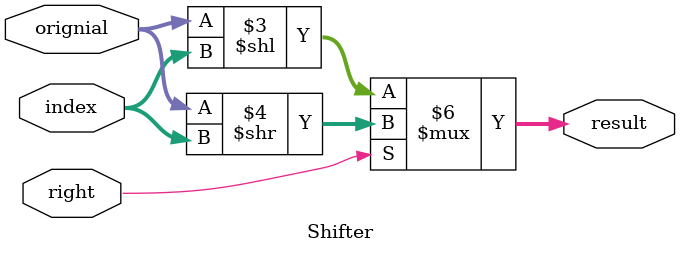
<source format=v>
module Shifter(orignial,index,right,result);
	input right;          //0为左移，1为右移
	input[31:0] orignial; //原始输入数据
	input[4:0] index;     //移动位数	  
	output[31:0] result;  //移位后结果
	
	reg[31:0] result;
	
	always@(*) begin
	if(!right)
		begin
		result = orignial<<index;
		end
	else 
		begin
			result = orignial>>index;
		end
	end
endmodule
</source>
